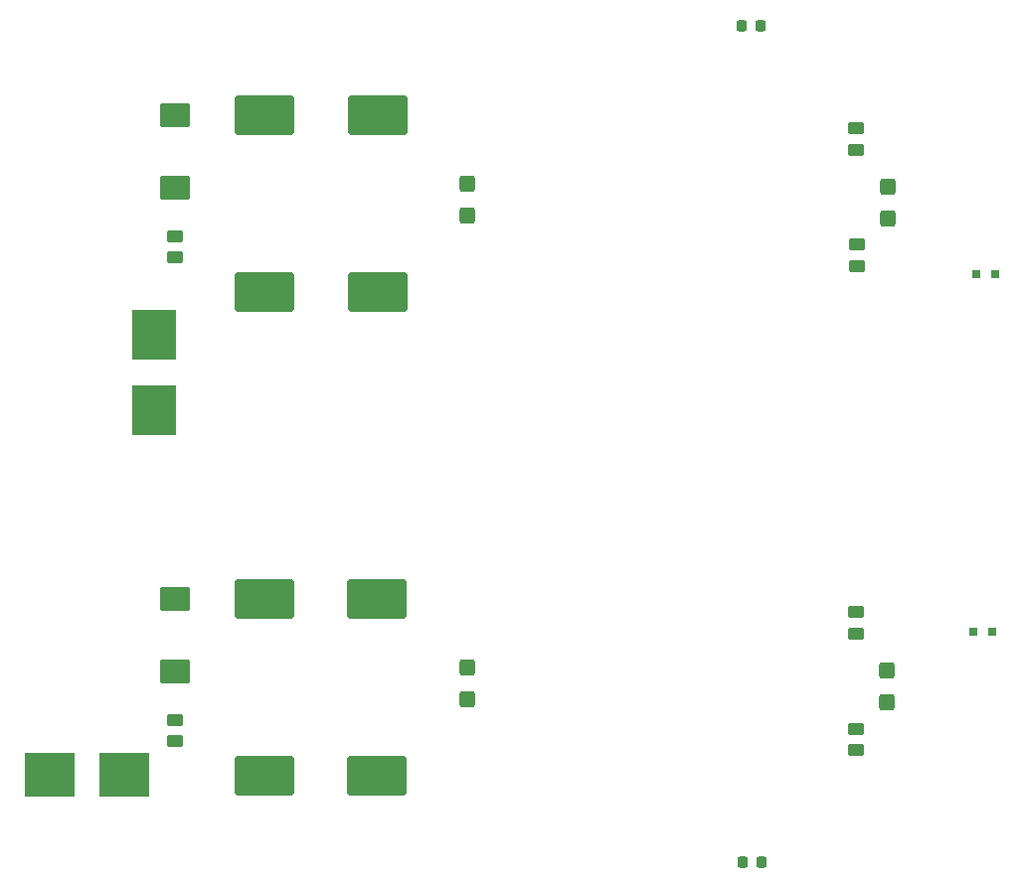
<source format=gbr>
%TF.GenerationSoftware,KiCad,Pcbnew,8.0.6*%
%TF.CreationDate,2025-05-16T11:43:59-04:00*%
%TF.ProjectId,PM5V_Telemetry_Cold_TPC,504d3556-5f54-4656-9c65-6d657472795f,rev?*%
%TF.SameCoordinates,Original*%
%TF.FileFunction,Paste,Top*%
%TF.FilePolarity,Positive*%
%FSLAX46Y46*%
G04 Gerber Fmt 4.6, Leading zero omitted, Abs format (unit mm)*
G04 Created by KiCad (PCBNEW 8.0.6) date 2025-05-16 11:43:59*
%MOMM*%
%LPD*%
G01*
G04 APERTURE LIST*
G04 Aperture macros list*
%AMRoundRect*
0 Rectangle with rounded corners*
0 $1 Rounding radius*
0 $2 $3 $4 $5 $6 $7 $8 $9 X,Y pos of 4 corners*
0 Add a 4 corners polygon primitive as box body*
4,1,4,$2,$3,$4,$5,$6,$7,$8,$9,$2,$3,0*
0 Add four circle primitives for the rounded corners*
1,1,$1+$1,$2,$3*
1,1,$1+$1,$4,$5*
1,1,$1+$1,$6,$7*
1,1,$1+$1,$8,$9*
0 Add four rect primitives between the rounded corners*
20,1,$1+$1,$2,$3,$4,$5,0*
20,1,$1+$1,$4,$5,$6,$7,0*
20,1,$1+$1,$6,$7,$8,$9,0*
20,1,$1+$1,$8,$9,$2,$3,0*%
G04 Aperture macros list end*
%ADD10R,4.241800X3.810000*%
%ADD11RoundRect,0.225000X0.225000X0.250000X-0.225000X0.250000X-0.225000X-0.250000X0.225000X-0.250000X0*%
%ADD12R,0.800000X0.800000*%
%ADD13R,3.810000X4.241800*%
%ADD14RoundRect,0.250000X0.425000X-0.450000X0.425000X0.450000X-0.425000X0.450000X-0.425000X-0.450000X0*%
%ADD15RoundRect,0.250000X0.450000X-0.262500X0.450000X0.262500X-0.450000X0.262500X-0.450000X-0.262500X0*%
%ADD16RoundRect,0.170000X2.330000X-1.530000X2.330000X1.530000X-2.330000X1.530000X-2.330000X-1.530000X0*%
%ADD17RoundRect,0.250000X-0.450000X0.262500X-0.450000X-0.262500X0.450000X-0.262500X0.450000X0.262500X0*%
%ADD18RoundRect,0.250000X1.025000X-0.787500X1.025000X0.787500X-1.025000X0.787500X-1.025000X-0.787500X0*%
G04 APERTURE END LIST*
D10*
%TO.C,F2*%
X108292300Y-104060000D03*
X114667700Y-104060000D03*
%TD*%
D11*
%TO.C,C10*%
X168843100Y-40250000D03*
X167293100Y-40250000D03*
%TD*%
D12*
%TO.C,D1*%
X188818100Y-61370000D03*
X187218100Y-61370000D03*
%TD*%
D13*
%TO.C,F1*%
X117250000Y-72957700D03*
X117250000Y-66582300D03*
%TD*%
D14*
%TO.C,C20*%
X179635600Y-97842500D03*
X179635600Y-95142500D03*
%TD*%
D15*
%TO.C,R5*%
X118985600Y-101197500D03*
X118985600Y-99372500D03*
%TD*%
D16*
%TO.C,L3*%
X126625600Y-104106000D03*
X136225600Y-104106000D03*
%TD*%
D15*
%TO.C,R3*%
X177028100Y-50772500D03*
X177028100Y-48947500D03*
%TD*%
D14*
%TO.C,C2*%
X143918100Y-56350000D03*
X143918100Y-53650000D03*
%TD*%
D17*
%TO.C,R4*%
X177038100Y-58877500D03*
X177038100Y-60702500D03*
%TD*%
D11*
%TO.C,C16*%
X168923000Y-111506000D03*
X167373000Y-111506000D03*
%TD*%
D17*
%TO.C,R7*%
X177005600Y-100122499D03*
X177005600Y-101947499D03*
%TD*%
D16*
%TO.C,L2*%
X126658100Y-47831000D03*
X136258100Y-47831000D03*
%TD*%
%TO.C,L4*%
X126625600Y-89076001D03*
X136225600Y-89076001D03*
%TD*%
D18*
%TO.C,C11*%
X119005600Y-95277501D03*
X119005600Y-89052501D03*
%TD*%
D16*
%TO.C,L1*%
X126658100Y-62861000D03*
X136258100Y-62861000D03*
%TD*%
D15*
%TO.C,R6*%
X176995600Y-92017500D03*
X176995600Y-90192500D03*
%TD*%
D12*
%TO.C,D2*%
X186978100Y-91830000D03*
X188578100Y-91830000D03*
%TD*%
D18*
%TO.C,C1*%
X119038100Y-54032500D03*
X119038100Y-47807500D03*
%TD*%
D14*
%TO.C,C9*%
X179668100Y-56597500D03*
X179668100Y-53897500D03*
%TD*%
D15*
%TO.C,R1*%
X119018100Y-59952500D03*
X119018100Y-58127500D03*
%TD*%
D14*
%TO.C,C12*%
X143885600Y-97595001D03*
X143885600Y-94895001D03*
%TD*%
M02*

</source>
